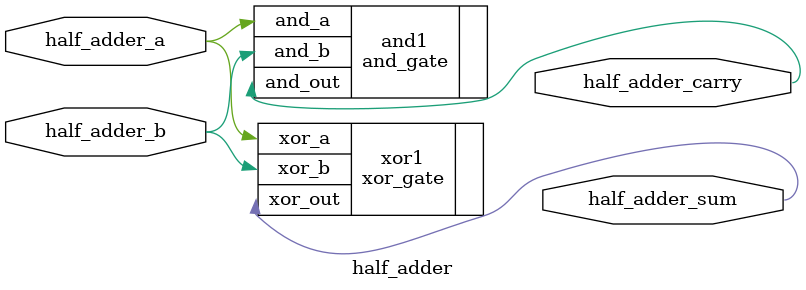
<source format=sv>
module half_adder #(parameter WIDTH = 1) (
  input [WIDTH-1:0] half_adder_a,
  input [WIDTH-1:0] half_adder_b,

  output [WIDTH-1:0] half_adder_sum,
  output [WIDTH-1:0] half_adder_carry
);

    and_gate #(WIDTH) and1 (
      .and_a(half_adder_a),
      .and_b(half_adder_b),
      .and_out(half_adder_carry)
      );

    xor_gate #(WIDTH) xor1 (
      .xor_a(half_adder_a),
      .xor_b(half_adder_b),
      .xor_out(half_adder_sum)
      );

endmodule

</source>
